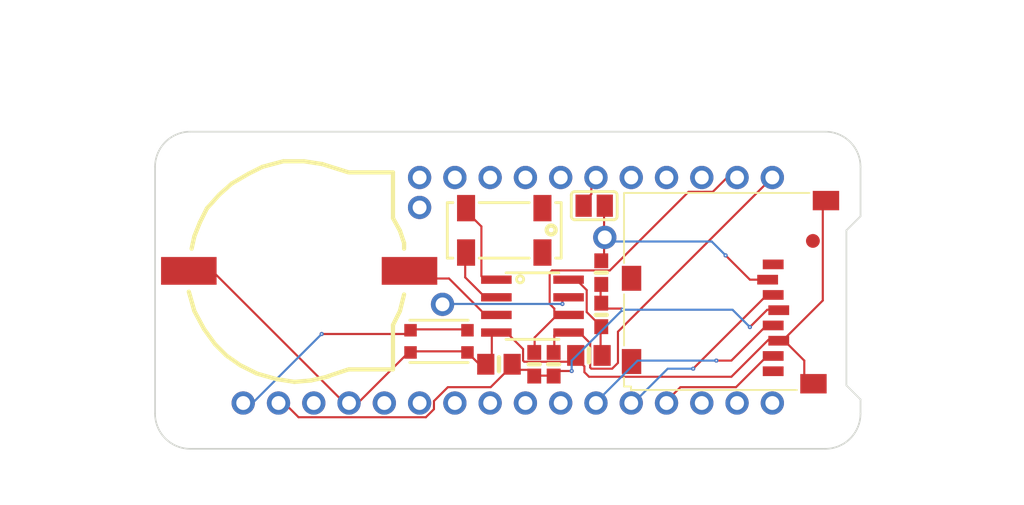
<source format=kicad_pcb>
(kicad_pcb (version 20221018) (generator pcbnew)
  (layers (0 "F.Cu" signal "Top") (31 "B.Cu" signal "Bottom") (34 "B.Paste" user) (35 "F.Paste" user) (36 "B.SilkS" user "B.Silkscreen") (37 "F.SilkS" user "F.Silkscreen") (38 "B.Mask" user) (39 "F.Mask" user) (44 "Edge.Cuts" user))
  (net 0 "")
  (net 1 "G")
  (net 2 "TX")
  (net 3 "RX")
  (net 4 "F")
  (net 5 "E")
  (net 6 "D")
  (net 7 "C")
  (net 8 "B")
  (net 9 "A")
  (net 10 "AREF")
  (net 11 "USB")
  (net 12 "N")
  (net 13 "M")
  (net 14 "L")
  (net 15 "J")
  (net 16 "I")
  (net 17 "H")
  (net 18 "SCL")
  (net 19 "SDA")
  (net 20 "GND")
  (net 21 "MOSI")
  (net 22 "MISO")
  (net 23 "SCK")
  (net 24 "+3V3")
  (net 25 "SD_CS")
  (net 26 "RESET")
  (net 27 "N$7")
  (net 28 "N$8")
  (net 29 "VBAT")
  (net 30 "EN")
  (net 31 "CR1220")
  (net 32 "INT1")
  (net 33 "CS")
  (net 34 "N$1")
  (footprint "MICROSD" (layer "F.Cu") (at 167.132 105.156 90)
    (fp_text reference "X4" hide)
    (fp_text value "microsd" hide)
    (fp_line (start -7.035 -9.76) (end -7.035 2.19) (layer "F.SilkS") (stroke (width 0.127)))
    (fp_line (start -6.785 -10.26) (end -6.785 -9.76) (layer "F.SilkS") (stroke (width 0.127)))
    (fp_line (start -6.785 -9.76) (end -7.035 -9.76) (layer "F.SilkS") (stroke (width 0.127)))
    (fp_line (start -6.135 -10.26) (end -6.785 -10.26) (layer "F.SilkS") (stroke (width 0.127)))
    (fp_line (start -3.835 -10.26) (end -0.135 -10.26) (layer "F.SilkS") (stroke (width 0.127)))
    (fp_line (start 2.115 -10.26) (end 7.165 -10.26) (layer "F.SilkS") (stroke (width 0.127)))
    (fp_line (start 7.165 -10.26) (end 7.165 3.09) (layer "F.SilkS") (stroke (width 0.127)))
    (pad "1" smd rect locked (at 2.015 0.48 90) (size 0.7 1.5) (layers "F.Cu" "F.Paste" "F.Mask"))
    (pad "2" smd rect locked (at 0.915 0.08 90) (size 0.7 1.5) (layers "F.Cu" "F.Paste" "F.Mask") (net 25 "SD_CS"))
    (pad "3" smd rect locked (at -0.185 0.48 90) (size 0.7 1.5) (layers "F.Cu" "F.Paste" "F.Mask") (net 21 "MOSI"))
    (pad "4" smd rect locked (at -1.285 0.88 90) (size 0.7 1.5) (layers "F.Cu" "F.Paste" "F.Mask") (net 24 "+3V3"))
    (pad "5" smd rect locked (at -2.385 0.48 90) (size 0.7 1.5) (layers "F.Cu" "F.Paste" "F.Mask") (net 23 "SCK"))
    (pad "6" smd rect locked (at -3.485 0.88 90) (size 0.7 1.5) (layers "F.Cu" "F.Paste" "F.Mask") (net 20 "GND"))
    (pad "7" smd rect locked (at -4.585 0.48 90) (size 0.7 1.5) (layers "F.Cu" "F.Paste" "F.Mask") (net 22 "MISO"))
    (pad "8" smd rect locked (at -5.685 0.48 90) (size 0.7 1.5) (layers "F.Cu" "F.Paste" "F.Mask"))
    (pad "CD1" smd rect locked (at -4.985 -9.72 180) (size 1.4 1.8) (layers "F.Cu" "F.Paste" "F.Mask"))
    (pad "CD2" smd rect locked (at 1.015 -9.72 180) (size 1.4 1.8) (layers "F.Cu" "F.Paste" "F.Mask"))
    (pad "MT1" smd rect locked (at -6.585 3.38 90) (size 1.4 1.9) (layers "F.Cu" "F.Paste" "F.Mask") (net 20 "GND"))
    (pad "MT2" smd rect locked (at 6.615 4.28 90) (size 1.4 1.9) (layers "F.Cu" "F.Paste" "F.Mask") (net 20 "GND"))
  )
  (footprint "BTN_KMR2_4.6X2.8" (layer "F.Cu") (at 143.5481 108.6866 180)
    (fp_text reference "SW1" hide)
    (fp_text value "KMR2" hide)
    (fp_line (start -2.1 -1.5254) (end 2.1 -1.5254) (layer "F.SilkS") (stroke (width 0.2032)))
    (fp_line (start 2.1 1.5254) (end -2.1 1.5254) (layer "F.SilkS") (stroke (width 0.2032)))
    (pad "A" smd rect (at 2.05 -0.8 180) (size 0.9 0.9) (layers "F.Cu" "F.Paste" "F.Mask") (net 20 "GND"))
    (pad "A'" smd rect (at -2.05 -0.8 180) (size 0.9 0.9) (layers "F.Cu" "F.Paste" "F.Mask") (net 20 "GND"))
    (pad "B" smd rect (at 2.05 0.8 180) (size 0.9 0.9) (layers "F.Cu" "F.Paste" "F.Mask") (net 26 "RESET"))
    (pad "B'" smd rect (at -2.05 0.8 180) (size 0.9 0.9) (layers "F.Cu" "F.Paste" "F.Mask") (net 26 "RESET"))
  )
  (footprint "SOIC8_150MIL" (layer "F.Cu") (at 150.2791 106.1466 -90)
    (fp_text reference "IC1" hide)
    (fp_text value "PCF8523T" hide)
    (fp_line (start -2.4 1.9) (end -2.4 -1.9) (layer "F.SilkS") (stroke (width 0.2032)))
    (fp_line (start 2.4 -1.9) (end 2.4 1.9) (layer "F.SilkS") (stroke (width 0.2032)))
    (fp_circle (center -1.9304 0.889) (end -1.6764 0.889) (layer "F.SilkS") (stroke (width 0.2032)) (fill none))
    (pad "1" smd rect (at -1.905 2.6 270) (size 0.6 2.2) (layers "F.Cu" "F.Paste" "F.Mask") (net 27 "N$7"))
    (pad "2" smd rect (at -0.635 2.6 270) (size 0.6 2.2) (layers "F.Cu" "F.Paste" "F.Mask") (net 28 "N$8"))
    (pad "3" smd rect (at 0.635 2.6 270) (size 0.6 2.2) (layers "F.Cu" "F.Paste" "F.Mask") (net 31 "CR1220"))
    (pad "4" smd rect (at 1.905 2.6 270) (size 0.6 2.2) (layers "F.Cu" "F.Paste" "F.Mask") (net 20 "GND"))
    (pad "5" smd rect (at 1.905 -2.6 270) (size 0.6 2.2) (layers "F.Cu" "F.Paste" "F.Mask") (net 19 "SDA"))
    (pad "6" smd rect (at 0.635 -2.6 270) (size 0.6 2.2) (layers "F.Cu" "F.Paste" "F.Mask") (net 18 "SCL"))
    (pad "7" smd rect (at -0.635 -2.6 270) (size 0.6 2.2) (layers "F.Cu" "F.Paste" "F.Mask") (net 32 "INT1"))
    (pad "8" smd rect (at -1.905 -2.6 270) (size 0.6 2.2) (layers "F.Cu" "F.Paste" "F.Mask") (net 34 "N$1"))
  )
  (footprint "CRYSTAL_8X3.8" (layer "F.Cu") (at 148.2471 100.6856)
    (fp_text reference "Y1" hide)
    (fp_text value "32khz" hide)
    (fp_line (start -4.1 -2) (end -4.1 2) (layer "F.SilkS") (stroke (width 0.2032)))
    (fp_line (start -4.1 2) (end -3.7 2) (layer "F.SilkS") (stroke (width 0.2032)))
    (fp_line (start -3.7 -2) (end -4.1 -2) (layer "F.SilkS") (stroke (width 0.2032)))
    (fp_line (start -1.8 -2) (end 1.8 -2) (layer "F.SilkS") (stroke (width 0.2032)))
    (fp_line (start -1.8 2) (end 1.8 2) (layer "F.SilkS") (stroke (width 0.2032)))
    (fp_line (start 3.7 -2) (end 4.1 -2) (layer "F.SilkS") (stroke (width 0.2032)))
    (fp_line (start 4.1 -2) (end 4.1 2) (layer "F.SilkS") (stroke (width 0.2032)))
    (fp_line (start 4.1 2) (end 3.7 2) (layer "F.SilkS") (stroke (width 0.2032)))
    (fp_circle (center 3.3782 -0.0254) (end 3.701487 -0.0254) (layer "F.SilkS") (stroke (width 0.3048)) (fill none))
    (pad "P$1" smd rect (at -2.75 1.6) (size 1.3 1.9) (layers "F.Cu" "F.Paste" "F.Mask") (net 28 "N$8"))
    (pad "P$2" smd rect (at 2.75 1.6) (size 1.3 1.9) (layers "F.Cu" "F.Paste" "F.Mask"))
    (pad "P$3" smd rect (at 2.75 -1.6) (size 1.3 1.9) (layers "F.Cu" "F.Paste" "F.Mask"))
    (pad "P$4" smd rect (at -2.75 -1.6) (size 1.3 1.9) (layers "F.Cu" "F.Paste" "F.Mask") (net 27 "N$7"))
  )
  (footprint "0603-NO" (layer "F.Cu") (at 151.8031 110.3376 -90)
    (fp_text reference "R1" hide)
    (fp_text value "10K" hide)
    (fp_line (start 0 -0.4) (end 0 0.4) (layer "F.SilkS") (stroke (width 0.3048)))
    (pad "1" smd rect (at -0.85 0 270) (size 1.075 1) (layers "F.Cu" "F.Paste" "F.Mask") (net 19 "SDA"))
    (pad "2" smd rect (at 0.85 0 270) (size 1.075 1) (layers "F.Cu" "F.Paste" "F.Mask") (net 24 "+3V3"))
  )
  (footprint "0603-NO" (layer "F.Cu") (at 150.4061 110.3376 -90)
    (fp_text reference "R2" hide)
    (fp_text value "10K" hide)
    (fp_line (start 0 -0.4) (end 0 0.4) (layer "F.SilkS") (stroke (width 0.3048)))
    (pad "1" smd rect (at -0.85 0 270) (size 1.075 1) (layers "F.Cu" "F.Paste" "F.Mask") (net 18 "SCL"))
    (pad "2" smd rect (at 0.85 0 270) (size 1.075 1) (layers "F.Cu" "F.Paste" "F.Mask") (net 24 "+3V3"))
  )
  (footprint "0603-NO" (layer "F.Cu") (at 155.2321 103.7336 -90)
    (fp_text reference "R3" hide)
    (fp_text value "100K" hide)
    (fp_line (start 0 -0.4) (end 0 0.4) (layer "F.SilkS") (stroke (width 0.3048)))
    (pad "1" smd rect (at -0.85 0 270) (size 1.075 1) (layers "F.Cu" "F.Paste" "F.Mask") (net 25 "SD_CS"))
    (pad "2" smd rect (at 0.85 0 270) (size 1.075 1) (layers "F.Cu" "F.Paste" "F.Mask") (net 24 "+3V3"))
  )
  (footprint "CR1220-2" (layer "F.Cu") (at 133.1341 103.6066)
    (fp_text reference "B1" hide)
    (fp_text value "cr1220" hide)
    (fp_line (start -7.6 1.5) (end -7.2 2.9) (layer "F.SilkS") (stroke (width 0.3048)))
    (fp_line (start -7.4 -1.6) (end -7.2 -2.5) (layer "F.SilkS") (stroke (width 0.3048)))
    (fp_line (start -7.2 -2.5) (end -6.8 -3.5) (layer "F.SilkS") (stroke (width 0.3048)))
    (fp_line (start -7.2 2.9) (end -6.5 4.2) (layer "F.SilkS") (stroke (width 0.3048)))
    (fp_line (start -6.8 -3.5) (end -6.3 -4.5) (layer "F.SilkS") (stroke (width 0.3048)))
    (fp_line (start -6.5 4.2) (end -5.7 5.3) (layer "F.SilkS") (stroke (width 0.3048)))
    (fp_line (start -6.3 -4.5) (end -5.4 -5.5) (layer "F.SilkS") (stroke (width 0.3048)))
    (fp_line (start -5.7 5.3) (end -4.9 6.1) (layer "F.SilkS") (stroke (width 0.3048)))
    (fp_line (start -5.4 -5.5) (end -4.5 -6.3) (layer "F.SilkS") (stroke (width 0.3048)))
    (fp_line (start -4.9 6.1) (end -3.9 6.8) (layer "F.SilkS") (stroke (width 0.3048)))
    (fp_line (start -4.5 -6.3) (end -3.3 -7) (layer "F.SilkS") (stroke (width 0.3048)))
    (fp_line (start -3.9 6.8) (end -2.7 7.4) (layer "F.SilkS") (stroke (width 0.3048)))
    (fp_line (start -3.3 -7) (end -2.3 -7.5) (layer "F.SilkS") (stroke (width 0.3048)))
    (fp_line (start -2.7 7.4) (end -1.3 7.8) (layer "F.SilkS") (stroke (width 0.3048)))
    (fp_line (start -2.3 -7.5) (end -0.8 -7.9) (layer "F.SilkS") (stroke (width 0.3048)))
    (fp_line (start -1.3 7.8) (end 0 8) (layer "F.SilkS") (stroke (width 0.3048)))
    (fp_line (start -0.8 -7.9) (end 0.7 -7.9) (layer "F.SilkS") (stroke (width 0.3048)))
    (fp_line (start 0 8) (end 1.2 7.9) (layer "F.SilkS") (stroke (width 0.3048)))
    (fp_line (start 0.7 -7.9) (end 2 -7.7) (layer "F.SilkS") (stroke (width 0.3048)))
    (fp_line (start 1.2 7.9) (end 2.5 7.6) (layer "F.SilkS") (stroke (width 0.3048)))
    (fp_line (start 2 -7.7) (end 3.9 -7.1) (layer "F.SilkS") (stroke (width 0.3048)))
    (fp_line (start 2.4 7.6) (end 3.9 7.1) (layer "F.SilkS") (stroke (width 0.3048)))
    (fp_line (start 3.95 -7.1) (end 7.1 -7.1) (layer "F.SilkS") (stroke (width 0.3048)))
    (fp_line (start 3.95 7.1) (end 7.1 7.1) (layer "F.SilkS") (stroke (width 0.3048)))
    (fp_line (start 7.1 -7.1) (end 7.1 -3.8) (layer "F.SilkS") (stroke (width 0.3048)))
    (fp_line (start 7.1 -3.8) (end 7.6 -2.9) (layer "F.SilkS") (stroke (width 0.3048)))
    (fp_line (start 7.1 3.9) (end 7.6 2.9) (layer "F.SilkS") (stroke (width 0.3048)))
    (fp_line (start 7.1 7.1) (end 7.1 3.9) (layer "F.SilkS") (stroke (width 0.3048)))
    (fp_line (start 7.6 -2.9) (end 7.9 -2) (layer "F.SilkS") (stroke (width 0.3048)))
    (fp_line (start 7.6 2.9) (end 7.9 1.7) (layer "F.SilkS") (stroke (width 0.3048)))
    (fp_line (start 7.9 -2) (end 7.9 -1.6) (layer "F.SilkS") (stroke (width 0.3048)))
    (pad "" np_thru_hole circle locked (at -3.5 0) (size 1.5 1.5) (drill 1.5) (layers *.Cu *.Mask))
    (pad "" np_thru_hole circle locked (at 3.95 0) (size 1.5 1.5) (drill 1.5) (layers *.Cu *.Mask))
    (pad "+" smd rect locked (at 8.29 0) (size 4 2) (layers "F.Cu" "F.Paste" "F.Mask") (net 31 "CR1220"))
    (pad "-" smd rect locked (at -7.6 0) (size 4 2) (layers "F.Cu" "F.Paste" "F.Mask") (net 20 "GND"))
  )
  (footprint "0805-NO" (layer "F.Cu") (at 154.3431 109.7026 180)
    (fp_text reference "C1" hide)
    (fp_text value "10uF" hide)
    (fp_line (start 0 -0.508) (end 0 0.508) (layer "F.SilkS") (stroke (width 0.3048)))
    (pad "1" smd rect (at -0.95 0 180) (size 1.24 1.5) (layers "F.Cu" "F.Paste" "F.Mask") (net 34 "N$1"))
    (pad "2" smd rect (at 0.95 0 180) (size 1.24 1.5) (layers "F.Cu" "F.Paste" "F.Mask") (net 20 "GND"))
  )
  (footprint "1X11_ROUND" (layer "F.Cu") (at 154.8511 96.8756)
    (fp_text reference "JP1" hide)
    (fp_text value "")
    (pad "1" thru_hole circle locked (at -12.7 0 90) (size 1.6764 1.6764) (drill 1) (layers *.Cu *.Mask) (net 30 "EN"))
    (pad "2" thru_hole circle locked (at -10.16 0 90) (size 1.6764 1.6764) (drill 1) (layers *.Cu *.Mask) (net 11 "USB"))
    (pad "3" thru_hole circle locked (at -7.62 0 90) (size 1.6764 1.6764) (drill 1) (layers *.Cu *.Mask) (net 12 "N"))
    (pad "4" thru_hole circle locked (at -5.08 0 90) (size 1.6764 1.6764) (drill 1) (layers *.Cu *.Mask) (net 13 "M"))
    (pad "5" thru_hole circle locked (at -2.54 0 90) (size 1.6764 1.6764) (drill 1) (layers *.Cu *.Mask) (net 14 "L"))
    (pad "6" thru_hole circle locked (at 0 0 90) (size 1.6764 1.6764) (drill 1) (layers *.Cu *.Mask) (net 33 "CS"))
    (pad "7" thru_hole circle locked (at 2.54 0 90) (size 1.6764 1.6764) (drill 1) (layers *.Cu *.Mask) (net 15 "J"))
    (pad "8" thru_hole circle locked (at 5.08 0 90) (size 1.6764 1.6764) (drill 1) (layers *.Cu *.Mask) (net 16 "I"))
    (pad "9" thru_hole circle locked (at 7.62 0 90) (size 1.6764 1.6764) (drill 1) (layers *.Cu *.Mask) (net 17 "H"))
    (pad "10" thru_hole circle locked (at 10.16 0 90) (size 1.6764 1.6764) (drill 1) (layers *.Cu *.Mask) (net 18 "SCL"))
    (pad "11" thru_hole circle locked (at 12.7 0 90) (size 1.6764 1.6764) (drill 1) (layers *.Cu *.Mask) (net 19 "SDA"))
  )
  (footprint "1X16_ROUND" (layer "F.Cu") (at 148.5011 113.1316 180)
    (fp_text reference "JP2" hide)
    (fp_text value "")
    (pad "1" thru_hole circle locked (at -19.05 0 270) (size 1.6764 1.6764) (drill 1) (layers *.Cu *.Mask) (net 1 "G"))
    (pad "2" thru_hole circle locked (at -16.51 0 270) (size 1.6764 1.6764) (drill 1) (layers *.Cu *.Mask) (net 2 "TX"))
    (pad "3" thru_hole circle locked (at -13.97 0 270) (size 1.6764 1.6764) (drill 1) (layers *.Cu *.Mask) (net 3 "RX"))
    (pad "4" thru_hole circle locked (at -11.43 0 270) (size 1.6764 1.6764) (drill 1) (layers *.Cu *.Mask) (net 22 "MISO"))
    (pad "5" thru_hole circle locked (at -8.89 0 270) (size 1.6764 1.6764) (drill 1) (layers *.Cu *.Mask) (net 21 "MOSI"))
    (pad "6" thru_hole circle locked (at -6.35 0 270) (size 1.6764 1.6764) (drill 1) (layers *.Cu *.Mask) (net 23 "SCK"))
    (pad "7" thru_hole circle locked (at -3.81 0 270) (size 1.6764 1.6764) (drill 1) (layers *.Cu *.Mask) (net 4 "F"))
    (pad "8" thru_hole circle locked (at -1.27 0 270) (size 1.6764 1.6764) (drill 1) (layers *.Cu *.Mask) (net 5 "E"))
    (pad "9" thru_hole circle locked (at 1.27 0 270) (size 1.6764 1.6764) (drill 1) (layers *.Cu *.Mask) (net 6 "D"))
    (pad "10" thru_hole circle locked (at 3.81 0 270) (size 1.6764 1.6764) (drill 1) (layers *.Cu *.Mask) (net 7 "C"))
    (pad "11" thru_hole circle locked (at 6.35 0 270) (size 1.6764 1.6764) (drill 1) (layers *.Cu *.Mask) (net 8 "B"))
    (pad "12" thru_hole circle locked (at 8.89 0 270) (size 1.6764 1.6764) (drill 1) (layers *.Cu *.Mask) (net 9 "A"))
    (pad "13" thru_hole circle locked (at 11.43 0 270) (size 1.6764 1.6764) (drill 1) (layers *.Cu *.Mask) (net 20 "GND"))
    (pad "14" thru_hole circle locked (at 13.97 0 270) (size 1.6764 1.6764) (drill 1) (layers *.Cu *.Mask) (net 10 "AREF"))
    (pad "15" thru_hole circle locked (at 16.51 0 270) (size 1.6764 1.6764) (drill 1) (layers *.Cu *.Mask) (net 24 "+3V3"))
    (pad "16" thru_hole circle locked (at 19.05 0 270) (size 1.6764 1.6764) (drill 1) (layers *.Cu *.Mask) (net 26 "RESET"))
  )
  (footprint "1X01_ROUND" (layer "F.Cu") (at 142.1511 99.0346)
    (fp_text reference "JP3" hide)
    (fp_text value "")
    (pad "1" thru_hole circle locked (at 0 0 90) (size 1.6764 1.6764) (drill 1) (layers *.Cu *.Mask) (net 29 "VBAT"))
  )
  (footprint "1X01_ROUND" (layer "F.Cu") (at 155.4861 101.1936)
    (fp_text reference "SDCS" hide)
    (fp_text value "")
    (pad "1" thru_hole circle (at 0 0 90) (size 1.6764 1.6764) (drill 1) (layers *.Cu *.Mask) (net 25 "SD_CS"))
  )
  (footprint "SOLDERJUMPER_CLOSEDWIRE" (layer "F.Cu") (at 154.7241 98.9076)
    (fp_text reference "SJ1" hide)
    (fp_text value "")
    (fp_line (start -1.651 0.762) (end -1.651 -0.762) (layer "F.SilkS") (stroke (width 0.2032)))
    (fp_line (start -1.397 -1.016) (end 1.397 -1.016) (layer "F.SilkS") (stroke (width 0.2032)))
    (fp_line (start 1.397 1.016) (end -1.397 1.016) (layer "F.SilkS") (stroke (width 0.2032)))
    (fp_line (start 1.651 0.762) (end 1.651 -0.762) (layer "F.SilkS") (stroke (width 0.2032)))
    (fp_arc (start -1.651 -0.762) (mid -1.576605 -0.941605) (end -1.397 -1.016) (layer "F.SilkS") (stroke (width 0.2032)))
    (fp_arc (start -1.397 1.016) (mid -1.576605 0.941605) (end -1.651 0.762) (layer "F.SilkS") (stroke (width 0.2032)))
    (fp_arc (start 1.397 -1.016) (mid 1.576605 -0.941605) (end 1.651 -0.762) (layer "F.SilkS") (stroke (width 0.2032)))
    (fp_arc (start 1.651 0.762) (mid 1.576605 0.941605) (end 1.397 1.016) (layer "F.SilkS") (stroke (width 0.2032)))
    (pad "1" smd rect (at -0.762 0) (size 1.1684 1.6002) (layers "F.Cu" "F.Mask") (net 33 "CS"))
    (pad "2" smd rect (at 0.762 0) (size 1.1684 1.6002) (layers "F.Cu" "F.Mask") (net 25 "SD_CS"))
  )
  (footprint "1X01_ROUND" (layer "F.Cu") (at 143.8021 106.0196)
    (fp_text reference "INT1" hide)
    (fp_text value "")
    (pad "1" thru_hole circle (at 0 0 90) (size 1.6764 1.6764) (drill 1) (layers *.Cu *.Mask) (net 32 "INT1"))
  )
  (footprint "FIDUCIAL_1MM" (layer "F.Cu") (at 170.4721 101.4476)
    (fp_text reference "FID1" hide)
    (fp_text value "FIDUCIAL_1MM" hide)
    (pad "1" smd roundrect (at 0 0) (size 1 1) (layers "F.Cu" "F.Mask") (roundrect_rratio 0.5))
  )
  (footprint "0603-NO" (layer "F.Cu") (at 155.2321 106.7816 -90)
    (fp_text reference "R4" hide)
    (fp_text value "1K" hide)
    (fp_line (start 0 -0.4) (end 0 0.4) (layer "F.SilkS") (stroke (width 0.3048)))
    (pad "1" smd rect (at -0.85 0 270) (size 1.075 1) (layers "F.Cu" "F.Paste" "F.Mask") (net 24 "+3V3"))
    (pad "2" smd rect (at 0.85 0 270) (size 1.075 1) (layers "F.Cu" "F.Paste" "F.Mask") (net 34 "N$1"))
  )
  (footprint "0805-NO" (layer "F.Cu") (at 147.8661 110.3376 180)
    (fp_text reference "C2" hide)
    (fp_text value "10uF" hide)
    (fp_line (start 0 -0.508) (end 0 0.508) (layer "F.SilkS") (stroke (width 0.3048)))
    (pad "1" smd rect (at -0.95 0 180) (size 1.24 1.5) (layers "F.Cu" "F.Paste" "F.Mask") (net 24 "+3V3"))
    (pad "2" smd rect (at 0.95 0 180) (size 1.24 1.5) (layers "F.Cu" "F.Paste" "F.Mask") (net 20 "GND"))
  )
  (gr_line (start 172.8851 100.6856) (end 172.8851 111.8616) (layer "Edge.Cuts") (width 0.12))
  (gr_arc (start 173.9011 113.8936) (mid 173.157151 115.689651) (end 171.3611 116.4336) (layer "Edge.Cuts") (width 0.12))
  (gr_line (start 173.9011 99.6696) (end 172.8851 100.6856) (layer "Edge.Cuts") (width 0.12))
  (gr_arc (start 125.6411 116.4336) (mid 123.845049 115.689651) (end 123.1011 113.8936) (layer "Edge.Cuts") (width 0.12))
  (gr_line (start 172.8851 111.8616) (end 173.9011 112.8776) (layer "Edge.Cuts") (width 0.12))
  (gr_line (start 123.1011 113.8936) (end 123.1011 96.1136) (layer "Edge.Cuts") (width 0.12))
  (gr_line (start 173.9011 112.8776) (end 173.9011 113.8936) (layer "Edge.Cuts") (width 0.12))
  (gr_line (start 171.3611 93.5736) (end 125.6411 93.5736) (layer "Edge.Cuts") (width 0.12))
  (gr_arc (start 123.1011 96.1136) (mid 123.845049 94.317549) (end 125.6411 93.5736) (layer "Edge.Cuts") (width 0.12))
  (gr_arc (start 171.3611 93.5736) (mid 173.157151 94.317549) (end 173.9011 96.1136) (layer "Edge.Cuts") (width 0.12))
  (gr_line (start 171.3611 116.4336) (end 125.6411 116.4336) (layer "Edge.Cuts") (width 0.12))
  (gr_line (start 173.9011 96.1136) (end 173.9011 99.6696) (layer "Edge.Cuts") (width 0.12))
  (segment (start 155.18443333333335 107.99026666666667) (end 155.18443333333335 108.99026666666667) (width 0.1524) (layer "F.Cu") (net 1))
  (segment (start 153.68443333333335 104.49026666666667) (end 154.18443333333335 104.99026666666667) (width 0.1524) (layer "F.Cu") (net 1))
  (segment (start 154.18443333333335 104.99026666666667) (end 154.18443333333335 106.5736) (width 0.1524) (layer "F.Cu") (net 1))
  (segment (start 154.18443333333335 106.5736) (end 154.76776666666666 107.15693333333333) (width 0.1524) (layer "F.Cu") (net 1))
  (segment (start 150.43443333333335 108.99026666666667) (end 150.43443333333335 108.40693333333333) (width 0.1524) (layer "F.Cu") (net 18))
  (segment (start 150.43443333333335 108.40693333333333) (end 151.8511 106.99026666666667) (width 0.1524) (layer "F.Cu") (net 18))
  (segment (start 164.26776666666666 96.90693333333333) (end 163.26776666666666 97.90693333333333) (width 0.1524) (layer "F.Cu") (net 18))
  (segment (start 163.26776666666666 97.90693333333333) (end 161.51776666666666 97.90693333333333) (width 0.1524) (layer "F.Cu") (net 18))
  (segment (start 161.51776666666666 97.90693333333333) (end 155.8511 103.5736) (width 0.1524) (layer "F.Cu") (net 18))
  (segment (start 155.8511 103.5736) (end 151.68443333333335 103.5736) (width 0.1524) (layer "F.Cu") (net 18))
  (segment (start 151.68443333333335 103.5736) (end 151.51776666666666 103.74026666666667) (width 0.1524) (layer "F.Cu") (net 18))
  (segment (start 151.51776666666666 103.74026666666667) (end 151.51776666666666 105.99026666666667) (width 0.1524) (layer "F.Cu") (net 18))
  (segment (start 151.51776666666666 105.99026666666667) (end 151.8511 106.3236) (width 0.1524) (layer "F.Cu") (net 18))
  (segment (start 151.8511 106.3236) (end 151.8511 106.49026666666667) (width 0.1524) (layer "F.Cu") (net 18))
  (segment (start 151.8511 108.99026666666667) (end 151.8511 108.24026666666667) (width 0.1524) (layer "F.Cu") (net 19))
  (segment (start 167.1011 97.3236) (end 156.43443333333335 107.99026666666667) (width 0.1524) (layer "F.Cu") (net 19))
  (segment (start 156.43443333333335 107.99026666666667) (end 156.43443333333335 110.24026666666667) (width 0.1524) (layer "F.Cu") (net 19))
  (segment (start 156.43443333333335 110.24026666666667) (end 156.01776666666666 110.65693333333333) (width 0.1524) (layer "F.Cu") (net 19))
  (segment (start 156.01776666666666 110.65693333333333) (end 154.51776666666666 110.65693333333333) (width 0.1524) (layer "F.Cu") (net 19))
  (segment (start 154.51776666666666 110.65693333333333) (end 154.43443333333335 110.5736) (width 0.1524) (layer "F.Cu") (net 19))
  (segment (start 154.43443333333335 110.5736) (end 154.43443333333335 108.8236) (width 0.1524) (layer "F.Cu") (net 19))
  (segment (start 154.43443333333335 108.8236) (end 153.8511 108.24026666666667) (width 0.1524) (layer "F.Cu") (net 19))
  (segment (start 146.3511 110.24026666666667) (end 145.8511 109.74026666666667) (width 0.1524) (layer "F.Cu") (net 20))
  (segment (start 147.3511 108.24026666666667) (end 147.3511 109.65693333333333) (width 0.1524) (layer "F.Cu") (net 20))
  (segment (start 141.76776666666666 109.40693333333333) (end 145.18443333333335 109.40693333333333) (width 0.1524) (layer "F.Cu") (net 20))
  (segment (start 137.76776666666666 113.0736) (end 141.1011 109.74026666666667) (width 0.1524) (layer "F.Cu") (net 20))
  (segment (start 152.8511 110.15693333333333) (end 149.68443333333335 110.15693333333333) (width 0.1524) (layer "F.Cu") (net 20))
  (segment (start 149.68443333333335 110.15693333333333) (end 149.6011 110.0736) (width 0.1524) (layer "F.Cu") (net 20))
  (segment (start 149.6011 110.0736) (end 149.6011 109.24026666666667) (width 0.1524) (layer "F.Cu") (net 20))
  (segment (start 149.6011 109.24026666666667) (end 148.6011 108.24026666666667) (width 0.1524) (layer "F.Cu") (net 20))
  (segment (start 167.26776666666666 108.5736) (end 164.6011 111.24026666666667) (width 0.1524) (layer "F.Cu") (net 20))
  (segment (start 164.6011 111.24026666666667) (end 154.3511 111.24026666666667) (width 0.1524) (layer "F.Cu") (net 20))
  (segment (start 154.3511 111.24026666666667) (end 154.01776666666666 110.90693333333333) (width 0.1524) (layer "F.Cu") (net 20))
  (segment (start 154.01776666666666 110.90693333333333) (end 154.01776666666666 110.49026666666667) (width 0.1524) (layer "F.Cu") (net 20))
  (segment (start 154.01776666666666 110.49026666666667) (end 153.8511 110.3236) (width 0.1524) (layer "F.Cu") (net 20))
  (segment (start 171.18443333333335 99.0736) (end 171.18443333333335 105.74026666666667) (width 0.1524) (layer "F.Cu") (net 20))
  (segment (start 171.18443333333335 105.74026666666667) (end 168.6011 108.3236) (width 0.1524) (layer "F.Cu") (net 20))
  (segment (start 169.8511 111.15693333333333) (end 169.8511 110.0736) (width 0.1524) (layer "F.Cu") (net 20))
  (segment (start 169.8511 110.0736) (end 168.6011 108.8236) (width 0.1524) (layer "F.Cu") (net 20))
  (segment (start 127.43443333333333 103.8236) (end 136.3511 112.74026666666667) (width 0.1524) (layer "F.Cu") (net 20))
  (segment (start 157.93443333333335 112.74026666666667) (end 160.01776666666666 110.65693333333333) (width 0.1524) (layer "B.Cu") (net 21))
  (segment (start 160.01776666666666 110.65693333333333) (end 161.8511 110.65693333333333) (width 0.1524) (layer "B.Cu") (net 21))
  (via micro (at 161.8511 110.65693333333333) (size 0.3) (drill 0.1) (layers "F.Cu" "B.Cu") (net 21))
  (segment (start 161.8511 110.65693333333333) (end 166.93443333333335 105.5736) (width 0.1524) (layer "F.Cu") (net 21))
  (segment (start 160.3511 112.5736) (end 160.93443333333335 111.99026666666667) (width 0.1524) (layer "F.Cu") (net 22))
  (segment (start 160.93443333333335 111.99026666666667) (end 164.93443333333335 111.99026666666667) (width 0.1524) (layer "F.Cu") (net 22))
  (segment (start 164.93443333333335 111.99026666666667) (end 166.93443333333335 109.99026666666667) (width 0.1524) (layer "F.Cu") (net 22))
  (segment (start 155.3511 112.5736) (end 157.8511 110.0736) (width 0.1524) (layer "B.Cu") (net 23))
  (segment (start 157.8511 110.0736) (end 163.51776666666666 110.0736) (width 0.1524) (layer "B.Cu") (net 23))
  (via micro (at 163.51776666666666 110.0736) (size 0.3) (drill 0.1) (layers "F.Cu" "B.Cu") (net 23))
  (segment (start 163.51776666666666 110.0736) (end 164.6011 110.0736) (width 0.1524) (layer "F.Cu") (net 23))
  (segment (start 164.6011 110.0736) (end 166.93443333333335 107.74026666666667) (width 0.1524) (layer "F.Cu") (net 23))
  (segment (start 155.18443333333335 105.49026666666667) (end 155.18443333333335 104.99026666666667) (width 0.1524) (layer "F.Cu") (net 24))
  (segment (start 152.18443333333335 110.8236) (end 153.1011 110.8236) (width 0.1524) (layer "F.Cu") (net 24))
  (via micro (at 153.1011 110.8236) (size 0.3) (drill 0.1) (layers "F.Cu" "B.Cu") (net 24))
  (segment (start 153.1011 110.8236) (end 153.1011 110.0736) (width 0.1524) (layer "B.Cu") (net 24))
  (segment (start 153.1011 110.0736) (end 156.76776666666666 106.40693333333333) (width 0.1524) (layer "B.Cu") (net 24))
  (via micro (at 156.76776666666666 106.40693333333333) (size 0.3) (drill 0.1) (layers "F.Cu" "B.Cu") (net 24))
  (segment (start 156.76776666666666 106.40693333333333) (end 156.68443333333335 106.3236) (width 0.1524) (layer "F.Cu") (net 24))
  (segment (start 156.68443333333335 106.3236) (end 155.6011 106.3236) (width 0.1524) (layer "F.Cu") (net 24))
  (segment (start 150.76776666666666 111.15693333333333) (end 151.3511 111.15693333333333) (width 0.1524) (layer "F.Cu") (net 24))
  (segment (start 149.26776666666666 110.74026666666667) (end 149.93443333333335 110.74026666666667) (width 0.1524) (layer "F.Cu") (net 24))
  (segment (start 167.26776666666666 106.40693333333333) (end 167.18443333333335 106.40693333333333) (width 0.1524) (layer "F.Cu") (net 24))
  (segment (start 167.18443333333335 106.40693333333333) (end 165.93443333333335 107.65693333333333) (width 0.1524) (layer "F.Cu") (net 24))
  (via micro (at 165.93443333333335 107.65693333333333) (size 0.3) (drill 0.1) (layers "F.Cu" "B.Cu") (net 24))
  (segment (start 165.93443333333335 107.65693333333333) (end 164.68443333333335 106.40693333333333) (width 0.1524) (layer "B.Cu") (net 24))
  (segment (start 164.68443333333335 106.40693333333333) (end 156.76776666666666 106.40693333333333) (width 0.1524) (layer "B.Cu") (net 24))
  (segment (start 132.6011 113.3236) (end 133.43443333333335 114.15693333333333) (width 0.1524) (layer "F.Cu") (net 24))
  (segment (start 133.43443333333335 114.15693333333333) (end 142.6011 114.15693333333333) (width 0.1524) (layer "F.Cu") (net 24))
  (segment (start 142.6011 114.15693333333333) (end 143.18443333333335 113.5736) (width 0.1524) (layer "F.Cu") (net 24))
  (segment (start 143.18443333333335 113.5736) (end 143.18443333333335 112.99026666666667) (width 0.1524) (layer "F.Cu") (net 24))
  (segment (start 143.18443333333335 112.99026666666667) (end 144.18443333333335 111.99026666666667) (width 0.1524) (layer "F.Cu") (net 24))
  (segment (start 144.18443333333335 111.99026666666667) (end 147.26776666666666 111.99026666666667) (width 0.1524) (layer "F.Cu") (net 24))
  (segment (start 147.26776666666666 111.99026666666667) (end 148.26776666666666 110.99026666666667) (width 0.1524) (layer "F.Cu") (net 24))
  (segment (start 155.43443333333335 101.90693333333333) (end 155.43443333333335 102.40693333333333) (width 0.1524) (layer "F.Cu") (net 25))
  (segment (start 155.43443333333335 99.65693333333333) (end 155.43443333333335 100.40693333333333) (width 0.1524) (layer "F.Cu") (net 25))
  (segment (start 166.51776666666666 104.24026666666667) (end 165.93443333333335 104.24026666666667) (width 0.1524) (layer "F.Cu") (net 25))
  (segment (start 165.93443333333335 104.24026666666667) (end 164.18443333333335 102.49026666666667) (width 0.1524) (layer "F.Cu") (net 25))
  (via micro (at 164.18443333333335 102.49026666666667) (size 0.3) (drill 0.1) (layers "F.Cu" "B.Cu") (net 25))
  (segment (start 164.18443333333335 102.49026666666667) (end 163.18443333333335 101.49026666666667) (width 0.1524) (layer "B.Cu") (net 25))
  (segment (start 163.18443333333335 101.49026666666667) (end 156.1011 101.49026666666667) (width 0.1524) (layer "B.Cu") (net 25))
  (segment (start 145.18443333333335 107.8236) (end 141.76776666666666 107.8236) (width 0.1524) (layer "F.Cu") (net 26))
  (segment (start 130.18443333333335 113.0736) (end 135.1011 108.15693333333333) (width 0.1524) (layer "B.Cu") (net 26))
  (via micro (at 135.1011 108.15693333333333) (size 0.3) (drill 0.1) (layers "F.Cu" "B.Cu") (net 26))
  (segment (start 135.1011 108.15693333333333) (end 141.1011 108.15693333333333) (width 0.1524) (layer "F.Cu") (net 26))
  (segment (start 146.01776666666666 99.8236) (end 146.6011 100.40693333333333) (width 0.1524) (layer "F.Cu") (net 27))
  (segment (start 146.6011 100.40693333333333) (end 146.6011 103.99026666666667) (width 0.1524) (layer "F.Cu") (net 27))
  (segment (start 145.43443333333335 103.0736) (end 145.43443333333335 104.0736) (width 0.1524) (layer "F.Cu") (net 28))
  (segment (start 145.43443333333335 104.0736) (end 146.6011 105.24026666666667) (width 0.1524) (layer "F.Cu") (net 28))
  (segment (start 143.26776666666666 104.15693333333333) (end 144.26776666666666 104.15693333333333) (width 0.1524) (layer "F.Cu") (net 31))
  (segment (start 144.26776666666666 104.15693333333333) (end 146.6011 106.49026666666667) (width 0.1524) (layer "F.Cu") (net 31))
  (segment (start 144.51776666666666 105.99026666666667) (end 152.43443333333335 105.99026666666667) (width 0.1524) (layer "B.Cu") (net 32))
  (via micro (at 152.43443333333335 105.99026666666667) (size 0.3) (drill 0.1) (layers "F.Cu" "B.Cu") (net 32))
  (segment (start 152.43443333333335 105.99026666666667) (end 152.43443333333335 105.74026666666667) (width 0.1524) (layer "F.Cu") (net 32))
  (segment (start 154.43443333333335 98.15693333333333) (end 154.51776666666666 98.0736) (width 0.1524) (layer "F.Cu") (net 33))
  (segment (start 154.51776666666666 98.0736) (end 154.51776666666666 97.49026666666667) (width 0.1524) (layer "F.Cu") (net 33))
)
</source>
